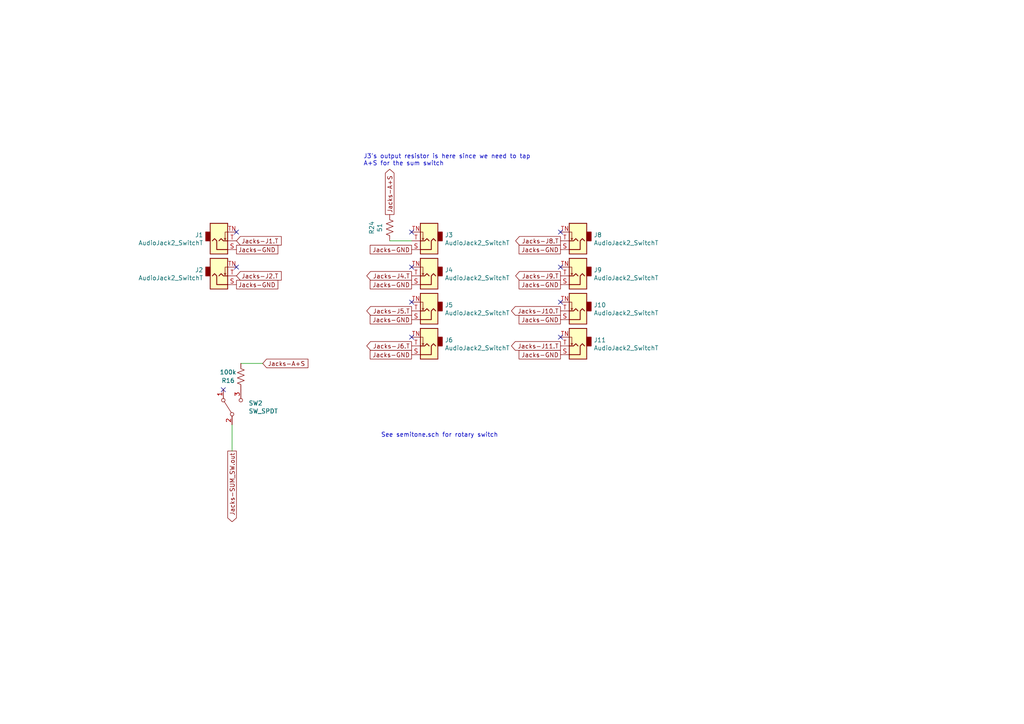
<source format=kicad_sch>
(kicad_sch (version 20211123) (generator eeschema)
  (paper "A4")
  (lib_symbols
    (symbol "Connector:AudioJack2_SwitchT"
      (property "Reference" "J" (at 0 8.89 0))
      (property "Value" "AudioJack2_SwitchT" (at 0 6.35 0))
      (symbol "AudioJack2_SwitchT_0_1"
        (rectangle (start -2.54 0) (end -3.81 -2.54) (stroke (width 0.254)) (fill (type outline)))
        (polyline (pts (xy 1.778 -0.254) (xy 2.032 -0.762)))
        (polyline (pts (xy 0 0) (xy 0.635 -0.635) (xy 1.27 0) (xy 2.54 0)) (stroke (width 0.254)))
        (polyline (pts (xy 2.54 -2.54) (xy 1.778 -2.54) (xy 1.778 -0.254) (xy 1.524 -0.762)))
        (polyline (pts (xy 2.54 2.54) (xy -0.635 2.54) (xy -0.635 0) (xy -1.27 -0.635) (xy -1.905 0)) (stroke (width 0.254)))
        (rectangle (start 2.54 3.81) (end -2.54 -5.08) (stroke (width 0.254)) (fill (type background)))
      )
      (symbol "AudioJack2_SwitchT_1_1"
        (pin passive line (at 5.08 2.54 180) (length 2.54) (name "~") (number "S"))
        (pin passive line (at 5.08 0 180) (length 2.54) (name "~") (number "T"))
        (pin passive line (at 5.08 -2.54 180) (length 2.54) (name "~") (number "TN"))
      )
    )
    (symbol "Device:R_US" (pin_numbers hide) (pin_names (offset 0))
      (property "Reference" "R" (at 2.54 0 90))
      (property "Value" "R_US" (at -2.54 0 90))
      (symbol "R_US_0_1"
        (polyline (pts (xy 0 -2.286) (xy 0 -2.54)))
        (polyline (pts (xy 0 2.286) (xy 0 2.54)))
        (polyline (pts (xy 0 -0.762) (xy 1.016 -1.143) (xy 0 -1.524) (xy -1.016 -1.905) (xy 0 -2.286)))
        (polyline (pts (xy 0 0.762) (xy 1.016 0.381) (xy 0 0) (xy -1.016 -0.381) (xy 0 -0.762)))
        (polyline (pts (xy 0 2.286) (xy 1.016 1.905) (xy 0 1.524) (xy -1.016 1.143) (xy 0 0.762)))
      )
      (symbol "R_US_1_1"
        (pin passive line (at 0 3.81 270) (length 1.27) (name "~") (number "1"))
        (pin passive line (at 0 -3.81 90) (length 1.27) (name "~") (number "2"))
      )
    )
    (symbol "Switch:SW_SPDT" (pin_names (offset 0) hide)
      (property "Reference" "SW" (at 0 4.318 0))
      (property "Value" "SW_SPDT" (at 0 -5.08 0))
      (symbol "SW_SPDT_0_0"
        (circle (center -2.032 0) (radius 0.508))
        (circle (center 2.032 -2.54) (radius 0.508))
      )
      (symbol "SW_SPDT_0_1"
        (polyline (pts (xy -1.524 0.254) (xy 1.651 2.286)))
        (circle (center 2.032 2.54) (radius 0.508))
      )
      (symbol "SW_SPDT_1_1"
        (pin passive line (at 5.08 2.54 180) (length 2.54) (name "A") (number "1"))
        (pin passive line (at -5.08 0 0) (length 2.54) (name "B") (number "2"))
        (pin passive line (at 5.08 -2.54 180) (length 2.54) (name "C") (number "3"))
      )
    )
  )
  (no_connect (at 119.38 87.63))
  (no_connect (at 68.58 67.31))
  (no_connect (at 64.77 113.03))
  (no_connect (at 162.56 67.31))
  (no_connect (at 119.38 77.47))
  (no_connect (at 119.38 97.79))
  (no_connect (at 162.56 77.47))
  (no_connect (at 119.38 67.31))
  (no_connect (at 162.56 97.79))
  (no_connect (at 68.58 77.47))
  (no_connect (at 162.56 87.63))
  (wire (pts (xy 69.85 105.41) (xy 76.2 105.41)))
  (wire (pts (xy 113.03 69.85) (xy 119.38 69.85)))
  (wire (pts (xy 67.31 123.19) (xy 67.31 130.81)))
  (text "See semitone.sch for rotary switch" (at 110.49 127 0) (effects (font (size 1.27 1.27)) (justify left bottom)))
  (text "J3's output resistor is here since we need to tap\nA+S for the sum switch" (at 105.41 48.26 0) (effects (font (size 1.27 1.27)) (justify left bottom)))
  (global_label "Jacks-GND" (shape passive) (at 68.58 72.39 0) (property "Intersheet References" "${INTERSHEET_REFS}" (effects hide)))
  (global_label "Jacks-J10.T" (shape output) (at 162.56 90.17 180) (property "Intersheet References" "${INTERSHEET_REFS}" (effects hide)))
  (global_label "Jacks-J9.T" (shape output) (at 162.56 80.01 180) (property "Intersheet References" "${INTERSHEET_REFS}" (effects hide)))
  (global_label "Jacks-J5.T" (shape output) (at 119.38 90.17 180) (property "Intersheet References" "${INTERSHEET_REFS}" (effects hide)))
  (global_label "Jacks-A+S" (shape input) (at 76.2 105.41 0) (property "Intersheet References" "${INTERSHEET_REFS}" (effects hide)))
  (global_label "Jacks-GND" (shape passive) (at 68.58 82.55 0) (property "Intersheet References" "${INTERSHEET_REFS}" (effects hide)))
  (global_label "Jacks-GND" (shape passive) (at 162.56 72.39 180) (property "Intersheet References" "${INTERSHEET_REFS}" (effects hide)))
  (global_label "Jacks-J11.T" (shape output) (at 162.56 100.33 180) (property "Intersheet References" "${INTERSHEET_REFS}" (effects hide)))
  (global_label "Jacks-J1.T" (shape input) (at 68.58 69.85 0) (property "Intersheet References" "${INTERSHEET_REFS}" (effects hide)))
  (global_label "Jacks-A+S" (shape output) (at 113.03 62.23 90) (property "Intersheet References" "${INTERSHEET_REFS}" (effects hide)))
  (global_label "Jacks-J4.T" (shape output) (at 119.38 80.01 180) (property "Intersheet References" "${INTERSHEET_REFS}" (effects hide)))
  (global_label "Jacks-SUM_SW.out" (shape output) (at 67.31 130.81 270) (property "Intersheet References" "${INTERSHEET_REFS}" (effects hide)))
  (global_label "Jacks-GND" (shape passive) (at 119.38 72.39 180) (property "Intersheet References" "${INTERSHEET_REFS}" (effects hide)))
  (global_label "Jacks-J2.T" (shape input) (at 68.58 80.01 0) (property "Intersheet References" "${INTERSHEET_REFS}" (effects hide)))
  (global_label "Jacks-J6.T" (shape output) (at 119.38 100.33 180) (property "Intersheet References" "${INTERSHEET_REFS}" (effects hide)))
  (global_label "Jacks-GND" (shape passive) (at 119.38 102.87 180) (property "Intersheet References" "${INTERSHEET_REFS}" (effects hide)))
  (global_label "Jacks-GND" (shape passive) (at 162.56 92.71 180) (property "Intersheet References" "${INTERSHEET_REFS}" (effects hide)))
  (global_label "Jacks-GND" (shape passive) (at 119.38 82.55 180) (property "Intersheet References" "${INTERSHEET_REFS}" (effects hide)))
  (global_label "Jacks-GND" (shape passive) (at 119.38 92.71 180) (property "Intersheet References" "${INTERSHEET_REFS}" (effects hide)))
  (global_label "Jacks-GND" (shape passive) (at 162.56 102.87 180) (property "Intersheet References" "${INTERSHEET_REFS}" (effects hide)))
  (global_label "Jacks-GND" (shape passive) (at 162.56 82.55 180) (property "Intersheet References" "${INTERSHEET_REFS}" (effects hide)))
  (global_label "Jacks-J8.T" (shape output) (at 162.56 69.85 180) (property "Intersheet References" "${INTERSHEET_REFS}" (effects hide)))
  (symbol (lib_id "Connector:AudioJack2_SwitchT") (at 124.46 90.17 180) (unit 1)
    (property "Reference" "J5" (at 129.0066 88.4682 0) (effects (justify right)))
    (property "Value" "AudioJack2_SwitchT" (at 129.0066 90.7796 0) (effects (justify right)))
    (property "Footprint" "transpsoe:PJ-301BM" (effects hide))
    (property "Suggested Part" "Tayda A-2566" (effects hide))
  )
  (symbol (lib_id "Connector:AudioJack2_SwitchT") (at 124.46 100.33 180) (unit 1)
    (property "Reference" "J6" (at 129.0066 98.6282 0) (effects (justify right)))
    (property "Value" "AudioJack2_SwitchT" (at 129.0066 100.9396 0) (effects (justify right)))
    (property "Footprint" "transpsoe:PJ-301BM" (effects hide))
    (property "Suggested Part" "Tayda A-2566" (effects hide))
  )
  (symbol (lib_id "Connector:AudioJack2_SwitchT") (at 63.5 69.85 0) (mirror x) (unit 1)
    (property "Reference" "J1" (at 58.9534 68.1482 0) (effects (justify right)))
    (property "Value" "AudioJack2_SwitchT" (at 58.9534 70.4596 0) (effects (justify right)))
    (property "Footprint" "transpsoe:PJ-301BM" (effects hide))
    (property "Spice_Primitive" "V" (effects hide))
    (property "Spice_Model" "sin(0 6 4)" (effects hide))
    (property "Spice_Netlist_Enabled" "Y" (effects hide))
    (property "Suggested Part" "Tayda A-2566" (effects hide))
  )
  (symbol (lib_id "Connector:AudioJack2_SwitchT") (at 63.5 80.01 0) (mirror x) (unit 1)
    (property "Reference" "J2" (at 58.9534 78.3082 0) (effects (justify right)))
    (property "Value" "AudioJack2_SwitchT" (at 58.9534 80.6196 0) (effects (justify right)))
    (property "Footprint" "transpsoe:PJ-301BM" (effects hide))
    (property "Suggested Part" "Tayda A-2566" (effects hide))
  )
  (symbol (lib_id "Connector:AudioJack2_SwitchT") (at 124.46 69.85 180) (unit 1)
    (property "Reference" "J3" (at 129.0066 68.1482 0) (effects (justify right)))
    (property "Value" "AudioJack2_SwitchT" (at 129.0066 70.4596 0) (effects (justify right)))
    (property "Footprint" "transpsoe:PJ-301BM" (effects hide))
    (property "Suggested Part" "Tayda A-2566" (effects hide))
  )
  (symbol (lib_id "Connector:AudioJack2_SwitchT") (at 124.46 80.01 180) (unit 1)
    (property "Reference" "J4" (at 129.0066 78.3082 0) (effects (justify right)))
    (property "Value" "AudioJack2_SwitchT" (at 129.0066 80.6196 0) (effects (justify right)))
    (property "Footprint" "transpsoe:PJ-301BM" (effects hide))
    (property "Suggested Part" "Tayda A-2566" (effects hide))
  )
  (symbol (lib_id "Connector:AudioJack2_SwitchT") (at 167.64 90.17 180) (unit 1)
    (property "Reference" "J10" (at 172.1866 88.4682 0) (effects (justify right)))
    (property "Value" "AudioJack2_SwitchT" (at 172.1866 90.7796 0) (effects (justify right)))
    (property "Footprint" "transpsoe:PJ-301BM" (effects hide))
    (property "Suggested Part" "Tayda A-2566" (effects hide))
  )
  (symbol (lib_id "Connector:AudioJack2_SwitchT") (at 167.64 100.33 180) (unit 1)
    (property "Reference" "J11" (at 172.1866 98.6282 0) (effects (justify right)))
    (property "Value" "AudioJack2_SwitchT" (at 172.1866 100.9396 0) (effects (justify right)))
    (property "Footprint" "transpsoe:PJ-301BM" (effects hide))
    (property "Suggested Part" "Tayda A-2566" (effects hide))
  )
  (symbol (lib_id "Connector:AudioJack2_SwitchT") (at 167.64 69.85 180) (unit 1)
    (property "Reference" "J8" (at 172.1866 68.1482 0) (effects (justify right)))
    (property "Value" "AudioJack2_SwitchT" (at 172.1866 70.4596 0) (effects (justify right)))
    (property "Footprint" "transpsoe:PJ-301BM" (effects hide))
    (property "Suggested Part" "Tayda A-2566" (effects hide))
  )
  (symbol (lib_id "Connector:AudioJack2_SwitchT") (at 167.64 80.01 180) (unit 1)
    (property "Reference" "J9" (at 172.1866 78.3082 0) (effects (justify right)))
    (property "Value" "AudioJack2_SwitchT" (at 172.1866 80.6196 0) (effects (justify right)))
    (property "Footprint" "transpsoe:PJ-301BM" (effects hide))
    (property "Suggested Part" "Tayda A-2566" (effects hide))
  )
  (symbol (lib_id "Device:R_US") (at 69.85 109.22 180) (unit 1)
    (property "Reference" "R16" (at 68.1228 110.3884 0) (effects (justify left)))
    (property "Value" "100k" (at 68.58 107.95 0) (effects (justify left)))
    (property "Footprint" "Resistor_SMD:R_0603_1608Metric_Pad0.98x0.95mm_HandSolder" (effects hide))
    (property "Tolerance" "0.1%" (effects hide))
  )
  (symbol (lib_id "Switch:SW_SPDT") (at 67.31 118.11 90) (unit 1)
    (property "Reference" "SW2" (at 72.0852 116.9416 90) (effects (justify right)))
    (property "Value" "SW_SPDT" (at 72.0852 119.253 90) (effects (justify right)))
    (property "Footprint" "transpsoe:BNT11SEA5QE" (effects hide))
    (property "Spice_Primitive" "R" (effects hide))
    (property "Spice_Model" "0" (effects hide))
    (property "Spice_Netlist_Enabled" "Y" (effects hide))
    (property "Spice_Node_Sequence" "1 2" (effects hide))
    (property "Suggested Part" "CIT Relay's BNT11SEA5*E or BNT11SEC*E, CK's T101SHC* or T101SHV3*, E-Switch's 200-MSP1TB1M2* or 200-MSP1T1B1VS2*, Tayda's A-5290 (double check that it's equivalent in footprint, height, and function to the BNT11SEA5QE or BNT11SECQE" (effects hide))
    (property "Notes" "See Suggested Part field for alternative parts. This seems to be a fairly common footprint and set of switch dimmensions. The footprint on board has 5 pins, but should be compatible with 3 pin devices. Use the center 3 pins in that case" (effects hide))
  )
  (symbol (lib_id "Device:R_US") (at 113.03 66.04 180) (unit 1)
    (property "Reference" "R24" (at 107.823 66.04 90))
    (property "Value" "51" (at 110.1344 66.04 90))
    (property "Footprint" "Resistor_SMD:R_0603_1608Metric_Pad0.98x0.95mm_HandSolder" (effects hide))
    (property "Tolerance" "5%" (effects hide))
  )
)
</source>
